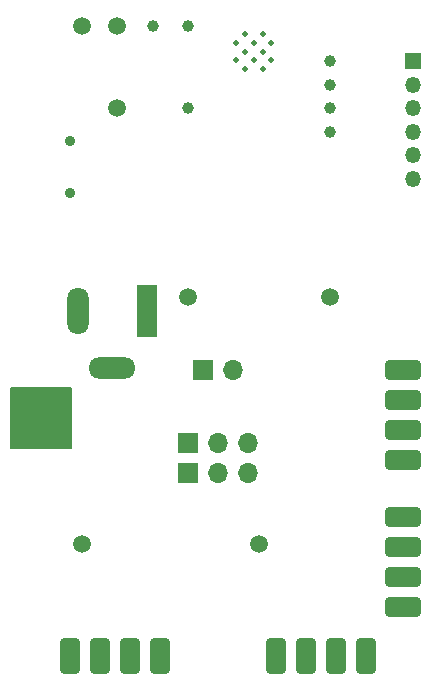
<source format=gbr>
%TF.GenerationSoftware,KiCad,Pcbnew,7.0.11+dfsg-1build4*%
%TF.CreationDate,2025-02-14T09:19:26+01:00*%
%TF.ProjectId,MCM-81339,4d434d2d-3831-4333-9339-2e6b69636164,rev?*%
%TF.SameCoordinates,Original*%
%TF.FileFunction,Soldermask,Bot*%
%TF.FilePolarity,Negative*%
%FSLAX46Y46*%
G04 Gerber Fmt 4.6, Leading zero omitted, Abs format (unit mm)*
G04 Created by KiCad (PCBNEW 7.0.11+dfsg-1build4) date 2025-02-14 09:19:26*
%MOMM*%
%LPD*%
G01*
G04 APERTURE LIST*
G04 Aperture macros list*
%AMRoundRect*
0 Rectangle with rounded corners*
0 $1 Rounding radius*
0 $2 $3 $4 $5 $6 $7 $8 $9 X,Y pos of 4 corners*
0 Add a 4 corners polygon primitive as box body*
4,1,4,$2,$3,$4,$5,$6,$7,$8,$9,$2,$3,0*
0 Add four circle primitives for the rounded corners*
1,1,$1+$1,$2,$3*
1,1,$1+$1,$4,$5*
1,1,$1+$1,$6,$7*
1,1,$1+$1,$8,$9*
0 Add four rect primitives between the rounded corners*
20,1,$1+$1,$2,$3,$4,$5,0*
20,1,$1+$1,$4,$5,$6,$7,0*
20,1,$1+$1,$6,$7,$8,$9,0*
20,1,$1+$1,$8,$9,$2,$3,0*%
G04 Aperture macros list end*
%ADD10C,0.150000*%
%ADD11RoundRect,0.425000X1.125000X0.425000X-1.125000X0.425000X-1.125000X-0.425000X1.125000X-0.425000X0*%
%ADD12R,1.700000X1.700000*%
%ADD13O,1.700000X1.700000*%
%ADD14RoundRect,0.425000X-1.125000X-0.425000X1.125000X-0.425000X1.125000X0.425000X-1.125000X0.425000X0*%
%ADD15R,1.350000X1.350000*%
%ADD16O,1.350000X1.350000*%
%ADD17C,0.500000*%
%ADD18RoundRect,0.425000X-0.425000X1.125000X-0.425000X-1.125000X0.425000X-1.125000X0.425000X1.125000X0*%
%ADD19C,0.900000*%
%ADD20R,1.800000X4.400000*%
%ADD21O,1.800000X4.000000*%
%ADD22O,4.000000X1.800000*%
%ADD23C,1.000000*%
%ADD24C,1.500000*%
G04 APERTURE END LIST*
D10*
X61000000Y-79800000D02*
X66100000Y-79800000D01*
X66100000Y-84900000D01*
X61000000Y-84900000D01*
X61000000Y-79800000D01*
G36*
X61000000Y-79800000D02*
G01*
X66100000Y-79800000D01*
X66100000Y-84900000D01*
X61000000Y-84900000D01*
X61000000Y-79800000D01*
G37*
D11*
%TO.C,J1*%
X94200000Y-98300000D03*
X94200000Y-95760000D03*
X94200000Y-93220000D03*
X94200000Y-90680000D03*
%TD*%
D12*
%TO.C,J6*%
X75960000Y-84460000D03*
D13*
X78500000Y-84460000D03*
X81040000Y-84460000D03*
%TD*%
D14*
%TO.C,J4*%
X94200000Y-78300000D03*
X94200000Y-80840000D03*
X94200000Y-83380000D03*
X94200000Y-85920000D03*
%TD*%
D15*
%TO.C,J3*%
X95000000Y-52100000D03*
D16*
X95000000Y-54100000D03*
X95000000Y-56100000D03*
X95000000Y-58100000D03*
X95000000Y-60100000D03*
X95000000Y-62100000D03*
%TD*%
D17*
%TO.C,U5*%
X80040000Y-50558000D03*
X80040000Y-52058000D03*
X80790000Y-49808000D03*
X80790000Y-51308000D03*
X80790000Y-52808000D03*
X81540000Y-50558000D03*
X81540000Y-52058000D03*
X82290000Y-49808000D03*
X82290000Y-51308000D03*
X82290000Y-52808000D03*
X83040000Y-50558000D03*
X83040000Y-52058000D03*
%TD*%
D18*
%TO.C,J8*%
X91060000Y-102500000D03*
X88520000Y-102500000D03*
X85980000Y-102500000D03*
X83440000Y-102500000D03*
%TD*%
D12*
%TO.C,J7*%
X75960000Y-87000000D03*
D13*
X78500000Y-87000000D03*
X81040000Y-87000000D03*
%TD*%
D12*
%TO.C,J2*%
X77230000Y-78227102D03*
D13*
X79770000Y-78227102D03*
%TD*%
D19*
%TO.C,J5*%
X66000000Y-58900000D03*
X66000000Y-63300000D03*
%TD*%
D18*
%TO.C,J9*%
X73560000Y-102500000D03*
X71020000Y-102500000D03*
X68480000Y-102500000D03*
X65940000Y-102500000D03*
%TD*%
D20*
%TO.C,J10*%
X72500000Y-73300000D03*
D21*
X66700000Y-73300000D03*
D22*
X69500000Y-78100000D03*
%TD*%
D23*
%TO.C,TP11*%
X73000000Y-49100000D03*
%TD*%
%TO.C,TP9*%
X76000000Y-49100000D03*
%TD*%
D24*
%TO.C,TP14*%
X67000000Y-93000000D03*
%TD*%
D23*
%TO.C,TP6*%
X88000000Y-58100000D03*
%TD*%
D24*
%TO.C,TP8*%
X88000000Y-72100000D03*
%TD*%
%TO.C,TP2*%
X70000000Y-49100000D03*
%TD*%
%TO.C,TP10*%
X76000000Y-72100000D03*
%TD*%
%TO.C,TP7*%
X70000000Y-56100000D03*
%TD*%
D23*
%TO.C,TP4*%
X88000000Y-52100000D03*
%TD*%
D24*
%TO.C,TP1*%
X67000000Y-49100000D03*
%TD*%
%TO.C,TP13*%
X82000000Y-93000000D03*
%TD*%
D23*
%TO.C,TP3*%
X88000000Y-54100000D03*
%TD*%
%TO.C,TP12*%
X76000000Y-56100000D03*
%TD*%
%TO.C,TP5*%
X88000000Y-56100000D03*
%TD*%
M02*

</source>
